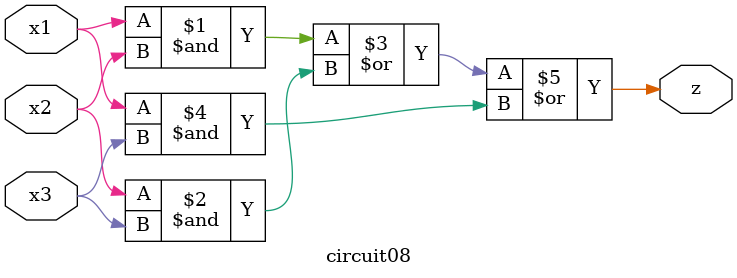
<source format=v>
module circuit08(x1, x2, x3, z);
input x1, x2, x3;
output z;

assign z = ( (x1&x2) | (x2&x3) | (x1&x3) );

endmodule

</source>
